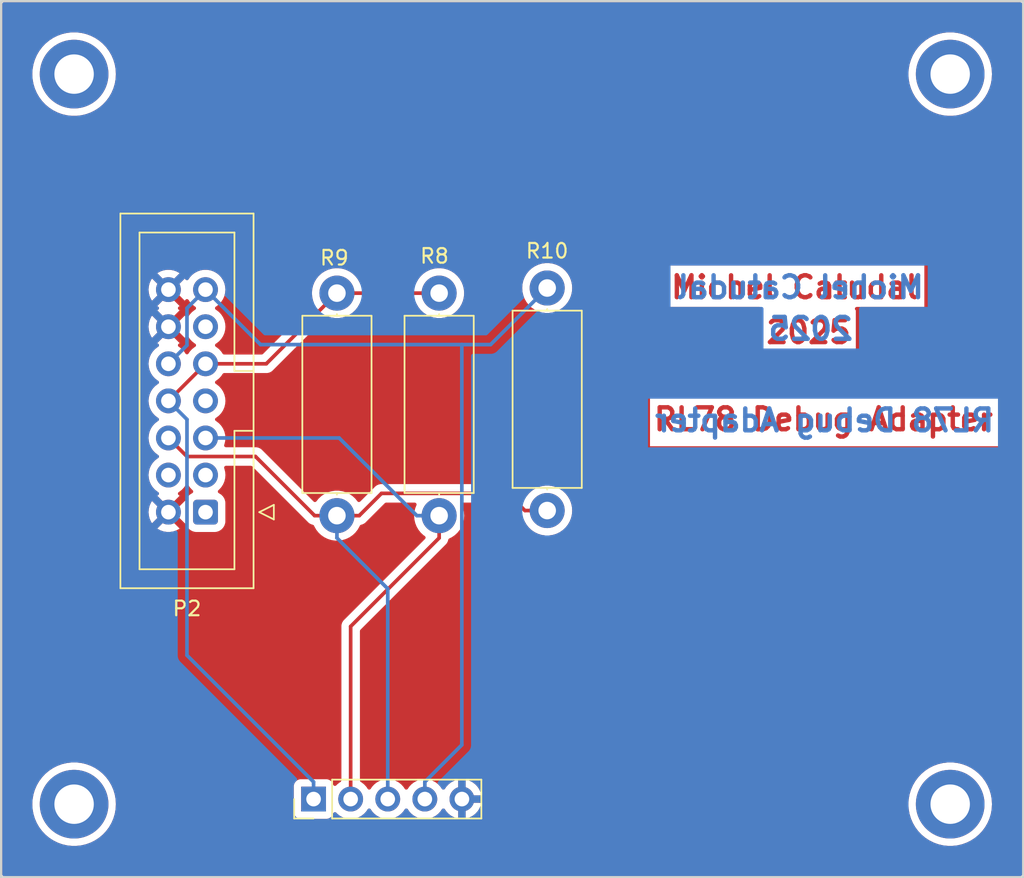
<source format=kicad_pcb>
(kicad_pcb (version 20240108) (generator "pcbnew") (generator_version "8.0")
  (title_block (date "2025-01-14"))
  (layers (0 "F.Cu" signal) (31 "B.Cu" signal) (34 "B.Paste" user) (35 "F.Paste" user) (36 "B.SilkS" user "B.Silkscreen") (37 "F.SilkS" user "F.Silkscreen") (38 "B.Mask" user) (39 "F.Mask" user) (44 "Edge.Cuts" user))
  (net 0 "")
  (net 1 "GND")
  (net 2 "VDD")
  (net 6 "Net-(P2-TOOL0)")
  (net 7 "Net-(P2-RESET_IN)")
  (net 9 "Net-(P5-Pin_4)")
  (footprint "Connector_IDC:IDC-Header_2x07_P2.54mm_Vertical" (layer "F.Cu") (at 74 65 180)
    (property "Reference" "P2" (at 1.27 -6.604 0) (layer "F.SilkS"))
    (property "Value" "E2 Lite Debugger" (hide yes))
    (fp_line (start 5.83 20.45) (end -3.29 20.45) (stroke (width 0.12)) (layer "F.SilkS"))
    (fp_line (start 5.83 -5.21) (end 5.83 20.45) (stroke (width 0.12)) (layer "F.SilkS"))
    (fp_line (start 4.52 19.15) (end -1.98 19.15) (stroke (width 0.12)) (layer "F.SilkS"))
    (fp_line (start 4.52 -3.91) (end 4.52 19.15) (stroke (width 0.12)) (layer "F.SilkS"))
    (fp_line (start -1.98 19.15) (end -1.98 9.67) (stroke (width 0.12)) (layer "F.SilkS"))
    (fp_line (start -1.98 9.67) (end -1.98 9.67) (stroke (width 0.12)) (layer "F.SilkS"))
    (fp_line (start -1.98 9.67) (end -3.29 9.67) (stroke (width 0.12)) (layer "F.SilkS"))
    (fp_line (start -1.98 5.57) (end -1.98 -3.91) (stroke (width 0.12)) (layer "F.SilkS"))
    (fp_line (start -1.98 -3.91) (end 4.52 -3.91) (stroke (width 0.12)) (layer "F.SilkS"))
    (fp_line (start -3.29 20.45) (end -3.29 -5.21) (stroke (width 0.12)) (layer "F.SilkS"))
    (fp_line (start -3.29 5.57) (end -1.98 5.57) (stroke (width 0.12)) (layer "F.SilkS"))
    (fp_line (start -3.29 -5.21) (end 5.83 -5.21) (stroke (width 0.12)) (layer "F.SilkS"))
    (fp_line (start -3.68 0) (end -4.68 -0.5) (stroke (width 0.12)) (layer "F.SilkS"))
    (fp_line (start -4.68 0.5) (end -3.68 0) (stroke (width 0.12)) (layer "F.SilkS"))
    (fp_line (start -4.68 -0.5) (end -4.68 0.5) (stroke (width 0.12)) (layer "F.SilkS"))
    (pad "1" thru_hole roundrect (at 0 0 180) (size 1.7 1.7) (drill 1) (layers "*.Cu" "*.Mask") (roundrect_rratio 0.1470588235))
    (pad "2" thru_hole circle (at 2.54 0 180) (size 1.7 1.7) (drill 1) (layers "*.Cu" "*.Mask") (net 1 "GND"))
    (pad "3" thru_hole circle (at 0 2.54 180) (size 1.7 1.7) (drill 1) (layers "*.Cu" "*.Mask"))
    (pad "4" thru_hole circle (at 2.54 2.54 180) (size 1.7 1.7) (drill 1) (layers "*.Cu" "*.Mask"))
    (pad "5" thru_hole circle (at 0 5.08 180) (size 1.7 1.7) (drill 1) (layers "*.Cu" "*.Mask") (net 6 "Net-(P2-TOOL0)"))
    (pad "6" thru_hole circle (at 2.54 5.08 180) (size 1.7 1.7) (drill 1) (layers "*.Cu" "*.Mask") (net 7 "Net-(P2-RESET_IN)"))
    (pad "7" thru_hole circle (at 0 7.62 180) (size 1.7 1.7) (drill 1) (layers "*.Cu" "*.Mask"))
    (pad "8" thru_hole circle (at 2.54 7.62 180) (size 1.7 1.7) (drill 1) (layers "*.Cu" "*.Mask") (net 2 "VDD"))
    (pad "9" thru_hole circle (at 0 10.16 180) (size 1.7 1.7) (drill 1) (layers "*.Cu" "*.Mask") (net 2 "VDD"))
    (pad "10" thru_hole circle (at 2.54 10.16 180) (size 1.7 1.7) (drill 1) (layers "*.Cu" "*.Mask") (net 9 "Net-(P5-Pin_4)"))
    (pad "11" thru_hole circle (at 0 12.7 180) (size 1.7 1.7) (drill 1) (layers "*.Cu" "*.Mask"))
    (pad "12" thru_hole circle (at 2.54 12.7 180) (size 1.7 1.7) (drill 1) (layers "*.Cu" "*.Mask") (net 1 "GND"))
    (pad "13" thru_hole circle (at 0 15.24 180) (size 1.7 1.7) (drill 1) (layers "*.Cu" "*.Mask") (net 9 "Net-(P5-Pin_4)"))
    (pad "14" thru_hole circle (at 2.54 15.24 180) (size 1.7 1.7) (drill 1) (layers "*.Cu" "*.Mask") (net 1 "GND"))
  )
  (footprint "Connector_PinHeader_2.54mm:PinHeader_1x05_P2.54mm_Vertical" (layer "F.Cu") (at 81.4 84.65 90)
    (property "Reference" "P5" (hide yes))
    (property "Value" "G13, G14, G23 or G24")
    (fp_line (start -1.33 -1.33) (end 0 -1.33) (stroke (width 0.12)) (layer "F.SilkS"))
    (fp_line (start -1.33 0) (end -1.33 -1.33) (stroke (width 0.12)) (layer "F.SilkS"))
    (fp_line (start 1.33 1.27) (end 1.33 11.49) (stroke (width 0.12)) (layer "F.SilkS"))
    (fp_line (start -1.33 1.27) (end 1.33 1.27) (stroke (width 0.12)) (layer "F.SilkS"))
    (fp_line (start -1.33 1.27) (end -1.33 11.49) (stroke (width 0.12)) (layer "F.SilkS"))
    (fp_line (start -1.33 11.49) (end 1.33 11.49) (stroke (width 0.12)) (layer "F.SilkS"))
    (pad "1" thru_hole rect (at 0 0 90) (size 1.7 1.7) (drill 1) (layers "*.Cu" "*.Mask") (net 2 "VDD"))
    (pad "2" thru_hole oval (at 0 2.54 90) (size 1.7 1.7) (drill 1) (layers "*.Cu" "*.Mask") (net 6 "Net-(P2-TOOL0)"))
    (pad "3" thru_hole oval (at 0 5.08 90) (size 1.7 1.7) (drill 1) (layers "*.Cu" "*.Mask") (net 7 "Net-(P2-RESET_IN)"))
    (pad "4" thru_hole oval (at 0 7.62 90) (size 1.7 1.7) (drill 1) (layers "*.Cu" "*.Mask") (net 9 "Net-(P5-Pin_4)"))
    (pad "5" thru_hole oval (at 0 10.16 90) (size 1.7 1.7) (drill 1) (layers "*.Cu" "*.Mask") (net 1 "GND"))
  )
  (footprint "Resistor_THT:R_Axial_DIN0414_L11.9mm_D4.5mm_P15.24mm_Horizontal" (layer "F.Cu") (at 90 50 -90)
    (property "Reference" "R8" (at -2.5402 0.32 0) (layer "F.SilkS"))
    (property "Value" "1k")
    (fp_line (start 1.55 2.37) (end 13.69 2.37) (stroke (width 0.12)) (layer "F.SilkS"))
    (fp_line (start 13.69 2.37) (end 13.69 -2.37) (stroke (width 0.12)) (layer "F.SilkS"))
    (fp_line (start 1.44 0) (end 1.55 0) (stroke (width 0.12)) (layer "F.SilkS"))
    (fp_line (start 13.8 0) (end 13.69 0) (stroke (width 0.12)) (layer "F.SilkS"))
    (fp_line (start 1.55 -2.37) (end 1.55 2.37) (stroke (width 0.12)) (layer "F.SilkS"))
    (fp_line (start 13.69 -2.37) (end 1.55 -2.37) (stroke (width 0.12)) (layer "F.SilkS"))
    (pad "1" thru_hole circle (at 0 0 270) (size 2.4 2.4) (drill 1.2) (layers "*.Cu" "*.Mask") (net 2 "VDD"))
    (pad "2" thru_hole oval (at 15.24 0 270) (size 2.4 2.4) (drill 1.2) (layers "*.Cu" "*.Mask") (net 6 "Net-(P2-TOOL0)"))
  )
  (footprint "Resistor_THT:R_Axial_DIN0414_L11.9mm_D4.5mm_P15.24mm_Horizontal" (layer "F.Cu") (at 83 50 -90)
    (property "Reference" "R9" (at -2.4132 0.178 0) (layer "F.SilkS"))
    (property "Value" "1k")
    (fp_line (start 1.55 2.37) (end 13.69 2.37) (stroke (width 0.12)) (layer "F.SilkS"))
    (fp_line (start 13.69 2.37) (end 13.69 -2.37) (stroke (width 0.12)) (layer "F.SilkS"))
    (fp_line (start 1.44 0) (end 1.55 0) (stroke (width 0.12)) (layer "F.SilkS"))
    (fp_line (start 13.8 0) (end 13.69 0) (stroke (width 0.12)) (layer "F.SilkS"))
    (fp_line (start 1.55 -2.37) (end 1.55 2.37) (stroke (width 0.12)) (layer "F.SilkS"))
    (fp_line (start 13.69 -2.37) (end 1.55 -2.37) (stroke (width 0.12)) (layer "F.SilkS"))
    (pad "1" thru_hole circle (at 0 0 270) (size 2.4 2.4) (drill 1.2) (layers "*.Cu" "*.Mask") (net 2 "VDD"))
    (pad "2" thru_hole oval (at 15.24 0 270) (size 2.4 2.4) (drill 1.2) (layers "*.Cu" "*.Mask") (net 7 "Net-(P2-RESET_IN)"))
  )
  (footprint "Resistor_THT:R_Axial_DIN0414_L11.9mm_D4.5mm_P15.24mm_Horizontal" (layer "F.Cu") (at 97.4 49.65 -90)
    (property "Reference" "R10" (at -2.5402 0.0048 0) (layer "F.SilkS"))
    (property "Value" "10k")
    (fp_line (start 1.55 2.37) (end 13.69 2.37) (stroke (width 0.12)) (layer "F.SilkS"))
    (fp_line (start 13.69 2.37) (end 13.69 -2.37) (stroke (width 0.12)) (layer "F.SilkS"))
    (fp_line (start 1.44 0) (end 1.55 0) (stroke (width 0.12)) (layer "F.SilkS"))
    (fp_line (start 13.8 0) (end 13.69 0) (stroke (width 0.12)) (layer "F.SilkS"))
    (fp_line (start 1.55 -2.37) (end 1.55 2.37) (stroke (width 0.12)) (layer "F.SilkS"))
    (fp_line (start 13.69 -2.37) (end 1.55 -2.37) (stroke (width 0.12)) (layer "F.SilkS"))
    (pad "1" thru_hole circle (at 0 0 270) (size 2.4 2.4) (drill 1.2) (layers "*.Cu" "*.Mask") (net 9 "Net-(P5-Pin_4)"))
    (pad "2" thru_hole oval (at 15.24 0 270) (size 2.4 2.4) (drill 1.2) (layers "*.Cu" "*.Mask") (net 7 "Net-(P2-RESET_IN)"))
  )
  (footprint "MountingHole:MountingHole_2.7mm_M2.5_DIN965_Pad" (layer "F.Cu") (at 125 85)
    (property "Reference" "H1" (hide yes))
    (property "Value" "MountingHole" (hide yes))
    (pad "1" thru_hole circle (at 0 0) (size 4.7 4.7) (drill 2.7) (layers "*.Cu" "*.Mask"))
  )
  (footprint "MountingHole:MountingHole_2.7mm_M2.5_DIN965_Pad" (layer "F.Cu") (at 65 35)
    (property "Reference" "H2" (hide yes))
    (property "Value" "MountingHole" (hide yes))
    (pad "1" thru_hole circle (at 0 0) (size 4.7 4.7) (drill 2.7) (layers "*.Cu" "*.Mask"))
  )
  (footprint "MountingHole:MountingHole_2.7mm_M2.5_DIN965_Pad" (layer "F.Cu") (at 65 85)
    (property "Reference" "H3" (hide yes))
    (property "Value" "MountingHole" (hide yes))
    (pad "1" thru_hole circle (at 0 0) (size 4.7 4.7) (drill 2.7) (layers "*.Cu" "*.Mask"))
  )
  (footprint "MountingHole:MountingHole_2.7mm_M2.5_DIN965_Pad" (layer "F.Cu") (at 125 35)
    (property "Reference" "H4" (hide yes))
    (property "Value" "MountingHole" (hide yes))
    (pad "1" thru_hole circle (at 0 0) (size 4.7 4.7) (drill 2.7) (layers "*.Cu" "*.Mask"))
  )
  (gr_line (start 60 90) (end 60 30) (stroke (width 0.15)) (layer "Edge.Cuts"))
  (gr_line (start 130 90) (end 60 90) (stroke (width 0.15)) (layer "Edge.Cuts"))
  (gr_line (start 130 30) (end 60 30) (stroke (width 0.15)) (layer "Edge.Cuts"))
  (gr_line (start 130 30) (end 130 90) (stroke (width 0.15)) (layer "Edge.Cuts"))
  (gr_text "Michel Catudal\n" (at 114.35 49.6 0) (layer "F.Cu") (effects (font (size 1.5 1.5) (thickness 0.3))))
  (gr_text "RL78 Debug Adapter" (at 116.3194 58.6426 0) (layer "F.Cu") (effects (font (size 1.5 1.5) (thickness 0.3))))
  (gr_text "2025" (at 115.3 52.675 0) (layer "F.Cu") (effects (font (size 1.5 1.5) (thickness 0.3))))
  (gr_text "2025" (at 115.45 52.45 0) (layer "B.Cu") (effects (font (size 1.5 1.5) (thickness 0.3)) (justify mirror)))
  (gr_text "RL78 Debug Adapter" (at 116.3944 58.7176 0) (layer "B.Cu") (effects (font (size 1.5 1.5) (thickness 0.3)) (justify mirror)))
  (gr_text "Michel Catudal" (at 114.725 49.6 0) (layer "B.Cu") (effects (font (size 1.5 1.5) (thickness 0.3)) (justify mirror)))
  (segment (start 74 54.84) (end 71.46 57.38) (width 0.25) (layer "F.Cu") (net 2))
  (segment (start 83 50) (end 90 50) (width 0.25) (layer "F.Cu") (net 2))
  (segment (start 83 50) (end 78.16 54.84) (width 0.25) (layer "F.Cu") (net 2))
  (segment (start 78.16 54.84) (end 74 54.84) (width 0.25) (layer "F.Cu") (net 2))
  (segment (start 72.73 74.8033) (end 72.73 58.65) (width 0.25) (layer "B.Cu") (net 2))
  (segment (start 81.4 84.65) (end 81.4 83.4733) (width 0.25) (layer "B.Cu") (net 2))
  (segment (start 81.4 83.4733) (end 72.73 74.8033) (width 0.25) (layer "B.Cu") (net 2))
  (segment (start 72.73 58.65) (end 71.46 57.38) (width 0.25) (layer "B.Cu") (net 2))
  (segment (start 83.94 72.8267) (end 83.94 84.65) (width 0.25) (layer "F.Cu") (net 6))
  (segment (start 90 65.24) (end 90 66.7667) (width 0.25) (layer "F.Cu") (net 6))
  (segment (start 90 66.7667) (end 83.94 72.8267) (width 0.25) (layer "F.Cu") (net 6))
  (segment (start 90 65.24) (end 88.4733 65.24) (width 0.25) (layer "B.Cu") (net 6))
  (segment (start 83.1533 59.92) (end 74 59.92) (width 0.25) (layer "B.Cu") (net 6))
  (segment (start 88.4733 65.24) (end 83.1533 59.92) (width 0.25) (layer "B.Cu") (net 6))
  (segment (start 81.4733 65.24) (end 77.4233 61.19) (width 0.25) (layer "F.Cu") (net 7))
  (segment (start 83 65.24) (end 84.5267 65.24) (width 0.25) (layer "F.Cu") (net 7))
  (segment (start 97.4 64.89) (end 95.8733 64.89) (width 0.25) (layer "F.Cu") (net 7))
  (segment (start 83 65.24) (end 81.4733 65.24) (width 0.25) (layer "F.Cu") (net 7))
  (segment (start 72.73 61.19) (end 71.46 59.92) (width 0.25) (layer "F.Cu") (net 7))
  (segment (start 77.4233 61.19) (end 72.73 61.19) (width 0.25) (layer "F.Cu") (net 7))
  (segment (start 94.6966 63.7133) (end 86.0534 63.7133) (width 0.25) (layer "F.Cu") (net 7))
  (segment (start 95.8733 64.89) (end 94.6966 63.7133) (width 0.25) (layer "F.Cu") (net 7))
  (segment (start 86.0534 63.7133) (end 84.5267 65.24) (width 0.25) (layer "F.Cu") (net 7))
  (segment (start 83 66.7667) (end 86.48 70.2467) (width 0.25) (layer "B.Cu") (net 7))
  (segment (start 83 65.24) (end 83 66.7667) (width 0.25) (layer "B.Cu") (net 7))
  (segment (start 86.48 70.2467) (end 86.48 84.65) (width 0.25) (layer "B.Cu") (net 7))
  (segment (start 97.4 49.65) (end 93.525 53.525) (width 0.25) (layer "B.Cu") (net 9))
  (segment (start 89.02 83.4733) (end 91.5541 80.9392) (width 0.25) (layer "B.Cu") (net 9))
  (segment (start 74 49.76) (end 72.73 51.03) (width 0.25) (layer "B.Cu") (net 9))
  (segment (start 93.525 53.525) (end 91.5541 53.525) (width 0.25) (layer "B.Cu") (net 9))
  (segment (start 72.73 53.57) (end 71.46 54.84) (width 0.25) (layer "B.Cu") (net 9))
  (segment (start 91.5541 80.9392) (end 91.5541 53.525) (width 0.25) (layer "B.Cu") (net 9))
  (segment (start 72.73 51.03) (end 72.73 53.57) (width 0.25) (layer "B.Cu") (net 9))
  (segment (start 91.5541 53.525) (end 77.765 53.525) (width 0.25) (layer "B.Cu") (net 9))
  (segment (start 77.765 53.525) (end 74 49.76) (width 0.25) (layer "B.Cu") (net 9))
  (segment (start 89.02 84.65) (end 89.02 83.4733) (width 0.25) (layer "B.Cu") (net 9))
  (zone (net 1) (net_name "GND") (layer "F.Cu") (connect_pads (clearance 0.508)) (min_thickness 0.254) (fill yes (thermal_gap 0.508) (thermal_bridge_width 0.508))
    (polygon (pts (xy 130.05 90) (xy 59.95 89.95) (xy 60 30) (xy 129.95 30)))
  )
  (zone (net 1) (net_name "GND") (layer "B.Cu") (connect_pads (clearance 0.508)) (min_thickness 0.254) (fill yes (thermal_gap 0.508) (thermal_bridge_width 0.508))
    (polygon (pts (xy 130 89.95) (xy 60 90) (xy 60.05 29.95) (xy 130.05 29.95)))
  )
)
</source>
